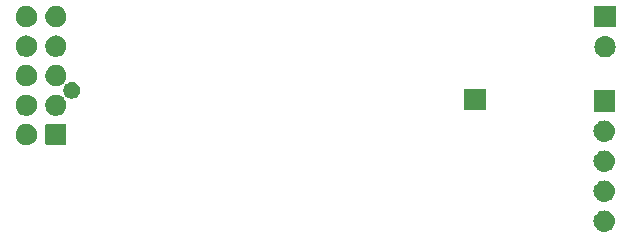
<source format=gbr>
G04 #@! TF.GenerationSoftware,KiCad,Pcbnew,5.1.0-unknown-ca7aec2~82~ubuntu18.04.1*
G04 #@! TF.CreationDate,2019-04-12T10:54:20-06:00*
G04 #@! TF.ProjectId,batteryMonitor,62617474-6572-4794-9d6f-6e69746f722e,rev?*
G04 #@! TF.SameCoordinates,Original*
G04 #@! TF.FileFunction,Soldermask,Bot*
G04 #@! TF.FilePolarity,Negative*
%FSLAX46Y46*%
G04 Gerber Fmt 4.6, Leading zero omitted, Abs format (unit mm)*
G04 Created by KiCad (PCBNEW 5.1.0-unknown-ca7aec2~82~ubuntu18.04.1) date 2019-04-12 10:54:20*
%MOMM*%
%LPD*%
G04 APERTURE LIST*
%ADD10C,0.100000*%
G04 APERTURE END LIST*
D10*
G36*
X142041522Y-90407398D02*
G01*
X142107707Y-90413917D01*
X142277546Y-90465437D01*
X142434071Y-90549102D01*
X142469809Y-90578432D01*
X142571266Y-90661694D01*
X142654528Y-90763151D01*
X142683858Y-90798889D01*
X142767523Y-90955414D01*
X142819043Y-91125253D01*
X142836439Y-91301880D01*
X142819043Y-91478507D01*
X142767523Y-91648346D01*
X142683858Y-91804871D01*
X142654528Y-91840609D01*
X142571266Y-91942066D01*
X142469809Y-92025328D01*
X142434071Y-92054658D01*
X142277546Y-92138323D01*
X142107707Y-92189843D01*
X142041523Y-92196361D01*
X141975340Y-92202880D01*
X141886820Y-92202880D01*
X141820637Y-92196361D01*
X141754453Y-92189843D01*
X141584614Y-92138323D01*
X141428089Y-92054658D01*
X141392351Y-92025328D01*
X141290894Y-91942066D01*
X141207632Y-91840609D01*
X141178302Y-91804871D01*
X141094637Y-91648346D01*
X141043117Y-91478507D01*
X141025721Y-91301880D01*
X141043117Y-91125253D01*
X141094637Y-90955414D01*
X141178302Y-90798889D01*
X141207632Y-90763151D01*
X141290894Y-90661694D01*
X141392351Y-90578432D01*
X141428089Y-90549102D01*
X141584614Y-90465437D01*
X141754453Y-90413917D01*
X141820638Y-90407398D01*
X141886820Y-90400880D01*
X141975340Y-90400880D01*
X142041522Y-90407398D01*
X142041522Y-90407398D01*
G37*
G36*
X142041523Y-87867399D02*
G01*
X142107707Y-87873917D01*
X142277546Y-87925437D01*
X142434071Y-88009102D01*
X142469809Y-88038432D01*
X142571266Y-88121694D01*
X142654528Y-88223151D01*
X142683858Y-88258889D01*
X142767523Y-88415414D01*
X142819043Y-88585253D01*
X142836439Y-88761880D01*
X142819043Y-88938507D01*
X142767523Y-89108346D01*
X142683858Y-89264871D01*
X142654528Y-89300609D01*
X142571266Y-89402066D01*
X142469809Y-89485328D01*
X142434071Y-89514658D01*
X142277546Y-89598323D01*
X142107707Y-89649843D01*
X142041523Y-89656361D01*
X141975340Y-89662880D01*
X141886820Y-89662880D01*
X141820637Y-89656361D01*
X141754453Y-89649843D01*
X141584614Y-89598323D01*
X141428089Y-89514658D01*
X141392351Y-89485328D01*
X141290894Y-89402066D01*
X141207632Y-89300609D01*
X141178302Y-89264871D01*
X141094637Y-89108346D01*
X141043117Y-88938507D01*
X141025721Y-88761880D01*
X141043117Y-88585253D01*
X141094637Y-88415414D01*
X141178302Y-88258889D01*
X141207632Y-88223151D01*
X141290894Y-88121694D01*
X141392351Y-88038432D01*
X141428089Y-88009102D01*
X141584614Y-87925437D01*
X141754453Y-87873917D01*
X141820637Y-87867399D01*
X141886820Y-87860880D01*
X141975340Y-87860880D01*
X142041523Y-87867399D01*
X142041523Y-87867399D01*
G37*
G36*
X142041522Y-85327398D02*
G01*
X142107707Y-85333917D01*
X142277546Y-85385437D01*
X142434071Y-85469102D01*
X142469809Y-85498432D01*
X142571266Y-85581694D01*
X142654528Y-85683151D01*
X142683858Y-85718889D01*
X142767523Y-85875414D01*
X142819043Y-86045253D01*
X142836439Y-86221880D01*
X142819043Y-86398507D01*
X142767523Y-86568346D01*
X142683858Y-86724871D01*
X142654528Y-86760609D01*
X142571266Y-86862066D01*
X142469809Y-86945328D01*
X142434071Y-86974658D01*
X142277546Y-87058323D01*
X142107707Y-87109843D01*
X142041522Y-87116362D01*
X141975340Y-87122880D01*
X141886820Y-87122880D01*
X141820638Y-87116362D01*
X141754453Y-87109843D01*
X141584614Y-87058323D01*
X141428089Y-86974658D01*
X141392351Y-86945328D01*
X141290894Y-86862066D01*
X141207632Y-86760609D01*
X141178302Y-86724871D01*
X141094637Y-86568346D01*
X141043117Y-86398507D01*
X141025721Y-86221880D01*
X141043117Y-86045253D01*
X141094637Y-85875414D01*
X141178302Y-85718889D01*
X141207632Y-85683151D01*
X141290894Y-85581694D01*
X141392351Y-85498432D01*
X141428089Y-85469102D01*
X141584614Y-85385437D01*
X141754453Y-85333917D01*
X141820638Y-85327398D01*
X141886820Y-85320880D01*
X141975340Y-85320880D01*
X142041522Y-85327398D01*
X142041522Y-85327398D01*
G37*
G36*
X96260520Y-83088789D02*
G01*
X96293572Y-83098815D01*
X96324023Y-83115092D01*
X96350719Y-83137001D01*
X96372628Y-83163697D01*
X96388905Y-83194148D01*
X96398931Y-83227200D01*
X96402920Y-83267703D01*
X96402920Y-84703897D01*
X96398931Y-84744400D01*
X96388905Y-84777452D01*
X96372628Y-84807903D01*
X96350719Y-84834599D01*
X96324023Y-84856508D01*
X96293572Y-84872785D01*
X96260520Y-84882811D01*
X96220017Y-84886800D01*
X94783823Y-84886800D01*
X94743320Y-84882811D01*
X94710268Y-84872785D01*
X94679817Y-84856508D01*
X94653121Y-84834599D01*
X94631212Y-84807903D01*
X94614935Y-84777452D01*
X94604909Y-84744400D01*
X94600920Y-84703897D01*
X94600920Y-83267703D01*
X94604909Y-83227200D01*
X94614935Y-83194148D01*
X94631212Y-83163697D01*
X94653121Y-83137001D01*
X94679817Y-83115092D01*
X94710268Y-83098815D01*
X94743320Y-83088789D01*
X94783823Y-83084800D01*
X96220017Y-83084800D01*
X96260520Y-83088789D01*
X96260520Y-83088789D01*
G37*
G36*
X93110716Y-83088789D02*
G01*
X93264732Y-83119424D01*
X93428704Y-83187344D01*
X93576274Y-83285947D01*
X93701773Y-83411446D01*
X93800376Y-83559016D01*
X93868296Y-83722988D01*
X93902920Y-83897059D01*
X93902920Y-84074541D01*
X93868296Y-84248612D01*
X93800376Y-84412584D01*
X93701773Y-84560154D01*
X93576274Y-84685653D01*
X93428704Y-84784256D01*
X93264732Y-84852176D01*
X93116261Y-84881708D01*
X93090662Y-84886800D01*
X92913178Y-84886800D01*
X92887579Y-84881708D01*
X92739108Y-84852176D01*
X92575136Y-84784256D01*
X92427566Y-84685653D01*
X92302067Y-84560154D01*
X92203464Y-84412584D01*
X92135544Y-84248612D01*
X92100920Y-84074541D01*
X92100920Y-83897059D01*
X92135544Y-83722988D01*
X92203464Y-83559016D01*
X92302067Y-83411446D01*
X92427566Y-83285947D01*
X92575136Y-83187344D01*
X92739108Y-83119424D01*
X92893124Y-83088789D01*
X92913178Y-83084800D01*
X93090662Y-83084800D01*
X93110716Y-83088789D01*
X93110716Y-83088789D01*
G37*
G36*
X142041523Y-82787399D02*
G01*
X142107707Y-82793917D01*
X142277546Y-82845437D01*
X142434071Y-82929102D01*
X142469809Y-82958432D01*
X142571266Y-83041694D01*
X142631501Y-83115092D01*
X142683858Y-83178889D01*
X142767523Y-83335414D01*
X142819043Y-83505253D01*
X142836439Y-83681880D01*
X142819043Y-83858507D01*
X142767523Y-84028346D01*
X142683858Y-84184871D01*
X142654528Y-84220609D01*
X142571266Y-84322066D01*
X142469809Y-84405328D01*
X142434071Y-84434658D01*
X142277546Y-84518323D01*
X142107707Y-84569843D01*
X142041522Y-84576362D01*
X141975340Y-84582880D01*
X141886820Y-84582880D01*
X141820638Y-84576362D01*
X141754453Y-84569843D01*
X141584614Y-84518323D01*
X141428089Y-84434658D01*
X141392351Y-84405328D01*
X141290894Y-84322066D01*
X141207632Y-84220609D01*
X141178302Y-84184871D01*
X141094637Y-84028346D01*
X141043117Y-83858507D01*
X141025721Y-83681880D01*
X141043117Y-83505253D01*
X141094637Y-83335414D01*
X141178302Y-83178889D01*
X141230659Y-83115092D01*
X141290894Y-83041694D01*
X141392351Y-82958432D01*
X141428089Y-82929102D01*
X141584614Y-82845437D01*
X141754453Y-82793917D01*
X141820637Y-82787399D01*
X141886820Y-82780880D01*
X141975340Y-82780880D01*
X142041523Y-82787399D01*
X142041523Y-82787399D01*
G37*
G36*
X95615432Y-78089727D02*
G01*
X95764732Y-78119424D01*
X95928704Y-78187344D01*
X96076274Y-78285947D01*
X96201773Y-78411446D01*
X96300376Y-78559016D01*
X96368296Y-78722988D01*
X96402920Y-78897059D01*
X96402920Y-79074541D01*
X96368296Y-79248612D01*
X96300376Y-79412584D01*
X96300375Y-79412585D01*
X96236698Y-79507885D01*
X96225147Y-79529495D01*
X96218034Y-79552944D01*
X96215632Y-79577330D01*
X96218034Y-79601717D01*
X96225147Y-79625165D01*
X96236698Y-79646776D01*
X96252244Y-79665718D01*
X96271186Y-79681263D01*
X96292796Y-79692814D01*
X96316245Y-79699927D01*
X96340631Y-79702329D01*
X96365018Y-79699927D01*
X96388466Y-79692814D01*
X96410074Y-79681264D01*
X96509872Y-79614582D01*
X96509874Y-79614581D01*
X96637447Y-79561738D01*
X96772876Y-79534800D01*
X96910964Y-79534800D01*
X97046393Y-79561738D01*
X97173969Y-79614582D01*
X97288779Y-79691295D01*
X97386425Y-79788941D01*
X97463138Y-79903751D01*
X97515982Y-80031327D01*
X97542920Y-80166756D01*
X97542920Y-80304844D01*
X97515982Y-80440273D01*
X97463138Y-80567849D01*
X97386425Y-80682659D01*
X97288779Y-80780305D01*
X97173969Y-80857018D01*
X97046393Y-80909862D01*
X96910964Y-80936800D01*
X96772876Y-80936800D01*
X96637447Y-80909862D01*
X96509874Y-80857019D01*
X96509873Y-80857019D01*
X96509872Y-80857018D01*
X96410074Y-80790336D01*
X96388466Y-80778786D01*
X96365017Y-80771673D01*
X96340631Y-80769271D01*
X96316245Y-80771673D01*
X96292796Y-80778786D01*
X96271185Y-80790337D01*
X96252243Y-80805882D01*
X96236698Y-80824824D01*
X96225147Y-80846435D01*
X96218034Y-80869884D01*
X96215632Y-80894270D01*
X96218034Y-80918656D01*
X96225147Y-80942105D01*
X96236698Y-80963715D01*
X96300376Y-81059016D01*
X96368296Y-81222988D01*
X96402920Y-81397059D01*
X96402920Y-81574541D01*
X96368296Y-81748612D01*
X96300376Y-81912584D01*
X96201773Y-82060154D01*
X96076274Y-82185653D01*
X95928704Y-82284256D01*
X95764732Y-82352176D01*
X95615432Y-82381873D01*
X95590662Y-82386800D01*
X95413178Y-82386800D01*
X95388408Y-82381873D01*
X95239108Y-82352176D01*
X95075136Y-82284256D01*
X94927566Y-82185653D01*
X94802067Y-82060154D01*
X94703464Y-81912584D01*
X94635544Y-81748612D01*
X94600920Y-81574541D01*
X94600920Y-81397059D01*
X94635544Y-81222988D01*
X94703464Y-81059016D01*
X94802067Y-80911446D01*
X94927566Y-80785947D01*
X95075136Y-80687344D01*
X95239108Y-80619424D01*
X95388408Y-80589727D01*
X95413178Y-80584800D01*
X95590662Y-80584800D01*
X95615432Y-80589727D01*
X95764732Y-80619424D01*
X95928704Y-80687344D01*
X96076274Y-80785947D01*
X96076279Y-80785952D01*
X96077955Y-80787072D01*
X96099566Y-80798623D01*
X96123015Y-80805736D01*
X96147401Y-80808138D01*
X96171787Y-80805736D01*
X96195236Y-80798623D01*
X96216846Y-80787072D01*
X96235788Y-80771527D01*
X96251334Y-80752585D01*
X96262885Y-80730974D01*
X96269998Y-80707525D01*
X96272400Y-80683139D01*
X96269998Y-80658753D01*
X96262885Y-80635304D01*
X96251335Y-80613694D01*
X96232029Y-80584800D01*
X96220702Y-80567848D01*
X96205224Y-80530480D01*
X96167858Y-80440273D01*
X96140920Y-80304844D01*
X96140920Y-80166756D01*
X96167858Y-80031327D01*
X96220701Y-79903755D01*
X96220702Y-79903752D01*
X96251335Y-79857906D01*
X96262885Y-79836295D01*
X96269998Y-79812846D01*
X96272400Y-79788460D01*
X96269998Y-79764074D01*
X96262885Y-79740625D01*
X96251333Y-79719014D01*
X96235788Y-79700072D01*
X96216846Y-79684527D01*
X96195235Y-79672977D01*
X96171786Y-79665864D01*
X96147400Y-79663462D01*
X96123014Y-79665864D01*
X96099565Y-79672977D01*
X96077955Y-79684528D01*
X96076279Y-79685648D01*
X96076274Y-79685653D01*
X95928704Y-79784256D01*
X95764732Y-79852176D01*
X95615432Y-79881873D01*
X95590662Y-79886800D01*
X95413178Y-79886800D01*
X95388408Y-79881873D01*
X95239108Y-79852176D01*
X95075136Y-79784256D01*
X94927566Y-79685653D01*
X94802067Y-79560154D01*
X94703464Y-79412584D01*
X94635544Y-79248612D01*
X94600920Y-79074541D01*
X94600920Y-78897059D01*
X94635544Y-78722988D01*
X94703464Y-78559016D01*
X94802067Y-78411446D01*
X94927566Y-78285947D01*
X95075136Y-78187344D01*
X95239108Y-78119424D01*
X95388408Y-78089727D01*
X95413178Y-78084800D01*
X95590662Y-78084800D01*
X95615432Y-78089727D01*
X95615432Y-78089727D01*
G37*
G36*
X93115432Y-80589727D02*
G01*
X93264732Y-80619424D01*
X93428704Y-80687344D01*
X93576274Y-80785947D01*
X93701773Y-80911446D01*
X93800376Y-81059016D01*
X93868296Y-81222988D01*
X93902920Y-81397059D01*
X93902920Y-81574541D01*
X93868296Y-81748612D01*
X93800376Y-81912584D01*
X93701773Y-82060154D01*
X93576274Y-82185653D01*
X93428704Y-82284256D01*
X93264732Y-82352176D01*
X93115432Y-82381873D01*
X93090662Y-82386800D01*
X92913178Y-82386800D01*
X92888408Y-82381873D01*
X92739108Y-82352176D01*
X92575136Y-82284256D01*
X92427566Y-82185653D01*
X92302067Y-82060154D01*
X92203464Y-81912584D01*
X92135544Y-81748612D01*
X92100920Y-81574541D01*
X92100920Y-81397059D01*
X92135544Y-81222988D01*
X92203464Y-81059016D01*
X92302067Y-80911446D01*
X92427566Y-80785947D01*
X92575136Y-80687344D01*
X92739108Y-80619424D01*
X92888408Y-80589727D01*
X92913178Y-80584800D01*
X93090662Y-80584800D01*
X93115432Y-80589727D01*
X93115432Y-80589727D01*
G37*
G36*
X142832080Y-82042880D02*
G01*
X141030080Y-82042880D01*
X141030080Y-80240880D01*
X142832080Y-80240880D01*
X142832080Y-82042880D01*
X142832080Y-82042880D01*
G37*
G36*
X131901000Y-81901000D02*
G01*
X130099000Y-81901000D01*
X130099000Y-80099000D01*
X131901000Y-80099000D01*
X131901000Y-81901000D01*
X131901000Y-81901000D01*
G37*
G36*
X93115432Y-78089727D02*
G01*
X93264732Y-78119424D01*
X93428704Y-78187344D01*
X93576274Y-78285947D01*
X93701773Y-78411446D01*
X93800376Y-78559016D01*
X93868296Y-78722988D01*
X93902920Y-78897059D01*
X93902920Y-79074541D01*
X93868296Y-79248612D01*
X93800376Y-79412584D01*
X93701773Y-79560154D01*
X93576274Y-79685653D01*
X93428704Y-79784256D01*
X93264732Y-79852176D01*
X93115432Y-79881873D01*
X93090662Y-79886800D01*
X92913178Y-79886800D01*
X92888408Y-79881873D01*
X92739108Y-79852176D01*
X92575136Y-79784256D01*
X92427566Y-79685653D01*
X92302067Y-79560154D01*
X92203464Y-79412584D01*
X92135544Y-79248612D01*
X92100920Y-79074541D01*
X92100920Y-78897059D01*
X92135544Y-78722988D01*
X92203464Y-78559016D01*
X92302067Y-78411446D01*
X92427566Y-78285947D01*
X92575136Y-78187344D01*
X92739108Y-78119424D01*
X92888408Y-78089727D01*
X92913178Y-78084800D01*
X93090662Y-78084800D01*
X93115432Y-78089727D01*
X93115432Y-78089727D01*
G37*
G36*
X142110442Y-75645518D02*
G01*
X142176627Y-75652037D01*
X142346466Y-75703557D01*
X142502991Y-75787222D01*
X142538729Y-75816552D01*
X142640186Y-75899814D01*
X142723448Y-76001271D01*
X142752778Y-76037009D01*
X142836443Y-76193534D01*
X142887963Y-76363373D01*
X142905359Y-76540000D01*
X142887963Y-76716627D01*
X142836443Y-76886466D01*
X142752778Y-77042991D01*
X142723448Y-77078729D01*
X142640186Y-77180186D01*
X142538729Y-77263448D01*
X142502991Y-77292778D01*
X142346466Y-77376443D01*
X142176627Y-77427963D01*
X142110442Y-77434482D01*
X142044260Y-77441000D01*
X141955740Y-77441000D01*
X141889558Y-77434482D01*
X141823373Y-77427963D01*
X141653534Y-77376443D01*
X141497009Y-77292778D01*
X141461271Y-77263448D01*
X141359814Y-77180186D01*
X141276552Y-77078729D01*
X141247222Y-77042991D01*
X141163557Y-76886466D01*
X141112037Y-76716627D01*
X141094641Y-76540000D01*
X141112037Y-76363373D01*
X141163557Y-76193534D01*
X141247222Y-76037009D01*
X141276552Y-76001271D01*
X141359814Y-75899814D01*
X141461271Y-75816552D01*
X141497009Y-75787222D01*
X141653534Y-75703557D01*
X141823373Y-75652037D01*
X141889558Y-75645518D01*
X141955740Y-75639000D01*
X142044260Y-75639000D01*
X142110442Y-75645518D01*
X142110442Y-75645518D01*
G37*
G36*
X95615432Y-75589727D02*
G01*
X95764732Y-75619424D01*
X95928704Y-75687344D01*
X96076274Y-75785947D01*
X96201773Y-75911446D01*
X96300376Y-76059016D01*
X96368296Y-76222988D01*
X96402920Y-76397059D01*
X96402920Y-76574541D01*
X96368296Y-76748612D01*
X96300376Y-76912584D01*
X96201773Y-77060154D01*
X96076274Y-77185653D01*
X95928704Y-77284256D01*
X95764732Y-77352176D01*
X95615432Y-77381873D01*
X95590662Y-77386800D01*
X95413178Y-77386800D01*
X95388408Y-77381873D01*
X95239108Y-77352176D01*
X95075136Y-77284256D01*
X94927566Y-77185653D01*
X94802067Y-77060154D01*
X94703464Y-76912584D01*
X94635544Y-76748612D01*
X94600920Y-76574541D01*
X94600920Y-76397059D01*
X94635544Y-76222988D01*
X94703464Y-76059016D01*
X94802067Y-75911446D01*
X94927566Y-75785947D01*
X95075136Y-75687344D01*
X95239108Y-75619424D01*
X95388408Y-75589727D01*
X95413178Y-75584800D01*
X95590662Y-75584800D01*
X95615432Y-75589727D01*
X95615432Y-75589727D01*
G37*
G36*
X93115432Y-75589727D02*
G01*
X93264732Y-75619424D01*
X93428704Y-75687344D01*
X93576274Y-75785947D01*
X93701773Y-75911446D01*
X93800376Y-76059016D01*
X93868296Y-76222988D01*
X93902920Y-76397059D01*
X93902920Y-76574541D01*
X93868296Y-76748612D01*
X93800376Y-76912584D01*
X93701773Y-77060154D01*
X93576274Y-77185653D01*
X93428704Y-77284256D01*
X93264732Y-77352176D01*
X93115432Y-77381873D01*
X93090662Y-77386800D01*
X92913178Y-77386800D01*
X92888408Y-77381873D01*
X92739108Y-77352176D01*
X92575136Y-77284256D01*
X92427566Y-77185653D01*
X92302067Y-77060154D01*
X92203464Y-76912584D01*
X92135544Y-76748612D01*
X92100920Y-76574541D01*
X92100920Y-76397059D01*
X92135544Y-76222988D01*
X92203464Y-76059016D01*
X92302067Y-75911446D01*
X92427566Y-75785947D01*
X92575136Y-75687344D01*
X92739108Y-75619424D01*
X92888408Y-75589727D01*
X92913178Y-75584800D01*
X93090662Y-75584800D01*
X93115432Y-75589727D01*
X93115432Y-75589727D01*
G37*
G36*
X142901000Y-74901000D02*
G01*
X141099000Y-74901000D01*
X141099000Y-73099000D01*
X142901000Y-73099000D01*
X142901000Y-74901000D01*
X142901000Y-74901000D01*
G37*
G36*
X95615432Y-73089727D02*
G01*
X95764732Y-73119424D01*
X95928704Y-73187344D01*
X96076274Y-73285947D01*
X96201773Y-73411446D01*
X96300376Y-73559016D01*
X96368296Y-73722988D01*
X96402920Y-73897059D01*
X96402920Y-74074541D01*
X96368296Y-74248612D01*
X96300376Y-74412584D01*
X96201773Y-74560154D01*
X96076274Y-74685653D01*
X95928704Y-74784256D01*
X95764732Y-74852176D01*
X95615432Y-74881873D01*
X95590662Y-74886800D01*
X95413178Y-74886800D01*
X95388408Y-74881873D01*
X95239108Y-74852176D01*
X95075136Y-74784256D01*
X94927566Y-74685653D01*
X94802067Y-74560154D01*
X94703464Y-74412584D01*
X94635544Y-74248612D01*
X94600920Y-74074541D01*
X94600920Y-73897059D01*
X94635544Y-73722988D01*
X94703464Y-73559016D01*
X94802067Y-73411446D01*
X94927566Y-73285947D01*
X95075136Y-73187344D01*
X95239108Y-73119424D01*
X95388408Y-73089727D01*
X95413178Y-73084800D01*
X95590662Y-73084800D01*
X95615432Y-73089727D01*
X95615432Y-73089727D01*
G37*
G36*
X93115432Y-73089727D02*
G01*
X93264732Y-73119424D01*
X93428704Y-73187344D01*
X93576274Y-73285947D01*
X93701773Y-73411446D01*
X93800376Y-73559016D01*
X93868296Y-73722988D01*
X93902920Y-73897059D01*
X93902920Y-74074541D01*
X93868296Y-74248612D01*
X93800376Y-74412584D01*
X93701773Y-74560154D01*
X93576274Y-74685653D01*
X93428704Y-74784256D01*
X93264732Y-74852176D01*
X93115432Y-74881873D01*
X93090662Y-74886800D01*
X92913178Y-74886800D01*
X92888408Y-74881873D01*
X92739108Y-74852176D01*
X92575136Y-74784256D01*
X92427566Y-74685653D01*
X92302067Y-74560154D01*
X92203464Y-74412584D01*
X92135544Y-74248612D01*
X92100920Y-74074541D01*
X92100920Y-73897059D01*
X92135544Y-73722988D01*
X92203464Y-73559016D01*
X92302067Y-73411446D01*
X92427566Y-73285947D01*
X92575136Y-73187344D01*
X92739108Y-73119424D01*
X92888408Y-73089727D01*
X92913178Y-73084800D01*
X93090662Y-73084800D01*
X93115432Y-73089727D01*
X93115432Y-73089727D01*
G37*
M02*

</source>
